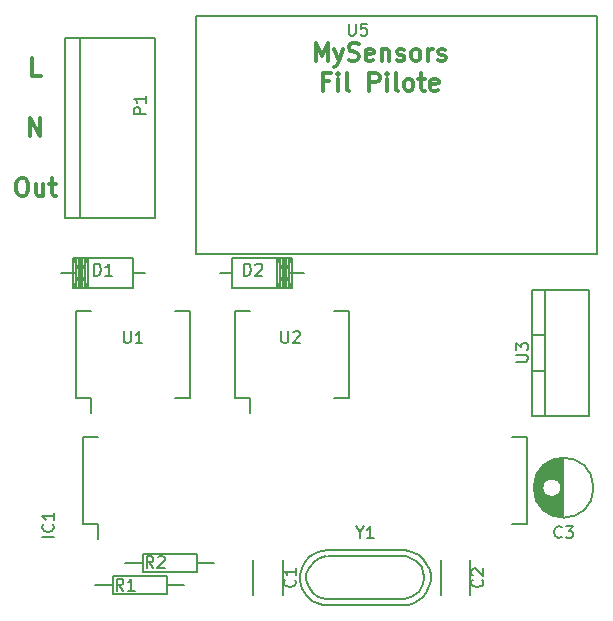
<source format=gto>
G04 #@! TF.FileFunction,Legend,Top*
%FSLAX46Y46*%
G04 Gerber Fmt 4.6, Leading zero omitted, Abs format (unit mm)*
G04 Created by KiCad (PCBNEW 4.0.5-e0-6337~49~ubuntu16.04.1) date Thu Feb  2 08:58:01 2017*
%MOMM*%
%LPD*%
G01*
G04 APERTURE LIST*
%ADD10C,0.100000*%
%ADD11C,0.300000*%
%ADD12C,0.150000*%
G04 APERTURE END LIST*
D10*
D11*
X159000715Y-83223571D02*
X159000715Y-81723571D01*
X159500715Y-82795000D01*
X160000715Y-81723571D01*
X160000715Y-83223571D01*
X160572144Y-82223571D02*
X160929287Y-83223571D01*
X161286429Y-82223571D02*
X160929287Y-83223571D01*
X160786429Y-83580714D01*
X160715001Y-83652143D01*
X160572144Y-83723571D01*
X161786429Y-83152143D02*
X162000715Y-83223571D01*
X162357858Y-83223571D01*
X162500715Y-83152143D01*
X162572144Y-83080714D01*
X162643572Y-82937857D01*
X162643572Y-82795000D01*
X162572144Y-82652143D01*
X162500715Y-82580714D01*
X162357858Y-82509286D01*
X162072144Y-82437857D01*
X161929286Y-82366429D01*
X161857858Y-82295000D01*
X161786429Y-82152143D01*
X161786429Y-82009286D01*
X161857858Y-81866429D01*
X161929286Y-81795000D01*
X162072144Y-81723571D01*
X162429286Y-81723571D01*
X162643572Y-81795000D01*
X163857857Y-83152143D02*
X163715000Y-83223571D01*
X163429286Y-83223571D01*
X163286429Y-83152143D01*
X163215000Y-83009286D01*
X163215000Y-82437857D01*
X163286429Y-82295000D01*
X163429286Y-82223571D01*
X163715000Y-82223571D01*
X163857857Y-82295000D01*
X163929286Y-82437857D01*
X163929286Y-82580714D01*
X163215000Y-82723571D01*
X164572143Y-82223571D02*
X164572143Y-83223571D01*
X164572143Y-82366429D02*
X164643571Y-82295000D01*
X164786429Y-82223571D01*
X165000714Y-82223571D01*
X165143571Y-82295000D01*
X165215000Y-82437857D01*
X165215000Y-83223571D01*
X165857857Y-83152143D02*
X166000714Y-83223571D01*
X166286429Y-83223571D01*
X166429286Y-83152143D01*
X166500714Y-83009286D01*
X166500714Y-82937857D01*
X166429286Y-82795000D01*
X166286429Y-82723571D01*
X166072143Y-82723571D01*
X165929286Y-82652143D01*
X165857857Y-82509286D01*
X165857857Y-82437857D01*
X165929286Y-82295000D01*
X166072143Y-82223571D01*
X166286429Y-82223571D01*
X166429286Y-82295000D01*
X167357858Y-83223571D02*
X167215000Y-83152143D01*
X167143572Y-83080714D01*
X167072143Y-82937857D01*
X167072143Y-82509286D01*
X167143572Y-82366429D01*
X167215000Y-82295000D01*
X167357858Y-82223571D01*
X167572143Y-82223571D01*
X167715000Y-82295000D01*
X167786429Y-82366429D01*
X167857858Y-82509286D01*
X167857858Y-82937857D01*
X167786429Y-83080714D01*
X167715000Y-83152143D01*
X167572143Y-83223571D01*
X167357858Y-83223571D01*
X168500715Y-83223571D02*
X168500715Y-82223571D01*
X168500715Y-82509286D02*
X168572143Y-82366429D01*
X168643572Y-82295000D01*
X168786429Y-82223571D01*
X168929286Y-82223571D01*
X169357857Y-83152143D02*
X169500714Y-83223571D01*
X169786429Y-83223571D01*
X169929286Y-83152143D01*
X170000714Y-83009286D01*
X170000714Y-82937857D01*
X169929286Y-82795000D01*
X169786429Y-82723571D01*
X169572143Y-82723571D01*
X169429286Y-82652143D01*
X169357857Y-82509286D01*
X169357857Y-82437857D01*
X169429286Y-82295000D01*
X169572143Y-82223571D01*
X169786429Y-82223571D01*
X169929286Y-82295000D01*
X160107858Y-84987857D02*
X159607858Y-84987857D01*
X159607858Y-85773571D02*
X159607858Y-84273571D01*
X160322144Y-84273571D01*
X160893572Y-85773571D02*
X160893572Y-84773571D01*
X160893572Y-84273571D02*
X160822143Y-84345000D01*
X160893572Y-84416429D01*
X160965000Y-84345000D01*
X160893572Y-84273571D01*
X160893572Y-84416429D01*
X161822144Y-85773571D02*
X161679286Y-85702143D01*
X161607858Y-85559286D01*
X161607858Y-84273571D01*
X163536429Y-85773571D02*
X163536429Y-84273571D01*
X164107857Y-84273571D01*
X164250715Y-84345000D01*
X164322143Y-84416429D01*
X164393572Y-84559286D01*
X164393572Y-84773571D01*
X164322143Y-84916429D01*
X164250715Y-84987857D01*
X164107857Y-85059286D01*
X163536429Y-85059286D01*
X165036429Y-85773571D02*
X165036429Y-84773571D01*
X165036429Y-84273571D02*
X164965000Y-84345000D01*
X165036429Y-84416429D01*
X165107857Y-84345000D01*
X165036429Y-84273571D01*
X165036429Y-84416429D01*
X165965001Y-85773571D02*
X165822143Y-85702143D01*
X165750715Y-85559286D01*
X165750715Y-84273571D01*
X166750715Y-85773571D02*
X166607857Y-85702143D01*
X166536429Y-85630714D01*
X166465000Y-85487857D01*
X166465000Y-85059286D01*
X166536429Y-84916429D01*
X166607857Y-84845000D01*
X166750715Y-84773571D01*
X166965000Y-84773571D01*
X167107857Y-84845000D01*
X167179286Y-84916429D01*
X167250715Y-85059286D01*
X167250715Y-85487857D01*
X167179286Y-85630714D01*
X167107857Y-85702143D01*
X166965000Y-85773571D01*
X166750715Y-85773571D01*
X167679286Y-84773571D02*
X168250715Y-84773571D01*
X167893572Y-84273571D02*
X167893572Y-85559286D01*
X167965000Y-85702143D01*
X168107858Y-85773571D01*
X168250715Y-85773571D01*
X169322143Y-85702143D02*
X169179286Y-85773571D01*
X168893572Y-85773571D01*
X168750715Y-85702143D01*
X168679286Y-85559286D01*
X168679286Y-84987857D01*
X168750715Y-84845000D01*
X168893572Y-84773571D01*
X169179286Y-84773571D01*
X169322143Y-84845000D01*
X169393572Y-84987857D01*
X169393572Y-85130714D01*
X168679286Y-85273571D01*
X134005000Y-93158571D02*
X134290714Y-93158571D01*
X134433572Y-93230000D01*
X134576429Y-93372857D01*
X134647857Y-93658571D01*
X134647857Y-94158571D01*
X134576429Y-94444286D01*
X134433572Y-94587143D01*
X134290714Y-94658571D01*
X134005000Y-94658571D01*
X133862143Y-94587143D01*
X133719286Y-94444286D01*
X133647857Y-94158571D01*
X133647857Y-93658571D01*
X133719286Y-93372857D01*
X133862143Y-93230000D01*
X134005000Y-93158571D01*
X135933572Y-93658571D02*
X135933572Y-94658571D01*
X135290715Y-93658571D02*
X135290715Y-94444286D01*
X135362143Y-94587143D01*
X135505001Y-94658571D01*
X135719286Y-94658571D01*
X135862143Y-94587143D01*
X135933572Y-94515714D01*
X136433572Y-93658571D02*
X137005001Y-93658571D01*
X136647858Y-93158571D02*
X136647858Y-94444286D01*
X136719286Y-94587143D01*
X136862144Y-94658571D01*
X137005001Y-94658571D01*
X134826429Y-89578571D02*
X134826429Y-88078571D01*
X135683572Y-89578571D01*
X135683572Y-88078571D01*
X135719286Y-84498571D02*
X135005000Y-84498571D01*
X135005000Y-82998571D01*
D12*
X146431520Y-127632460D02*
X147828520Y-127632460D01*
X141859520Y-127632460D02*
X140335520Y-127632460D01*
X141859520Y-127632460D02*
X141859520Y-128394460D01*
X141859520Y-128394460D02*
X146431520Y-128394460D01*
X146431520Y-128394460D02*
X146431520Y-126870460D01*
X146431520Y-126870460D02*
X141859520Y-126870460D01*
X141859520Y-126870460D02*
X141859520Y-127632460D01*
X177292000Y-109476540D02*
X178435000Y-109476540D01*
X177292000Y-106428540D02*
X178435000Y-106428540D01*
X178435000Y-102618540D02*
X182118000Y-102618540D01*
X182118000Y-102618540D02*
X182118000Y-113286540D01*
X182118000Y-113286540D02*
X178435000Y-113286540D01*
X177292000Y-102618540D02*
X178435000Y-102618540D01*
X178435000Y-102618540D02*
X178435000Y-113286540D01*
X178435000Y-113286540D02*
X177292000Y-113286540D01*
X177292000Y-107952540D02*
X177292000Y-113286540D01*
X177292000Y-107952540D02*
X177292000Y-102618540D01*
X137795000Y-81280000D02*
X145415000Y-81280000D01*
X137795000Y-96520000D02*
X145415000Y-96520000D01*
X139065000Y-81280000D02*
X139065000Y-96520000D01*
X145415000Y-81280000D02*
X145415000Y-96520000D01*
X137795000Y-81280000D02*
X137795000Y-96520000D01*
X156190000Y-125480000D02*
X156190000Y-128480000D01*
X153690000Y-128480000D02*
X153690000Y-125480000D01*
X172065000Y-125480000D02*
X172065000Y-128480000D01*
X169565000Y-128480000D02*
X169565000Y-125480000D01*
X179900000Y-121879000D02*
X179900000Y-116881000D01*
X179760000Y-121871000D02*
X179760000Y-119534000D01*
X179760000Y-119226000D02*
X179760000Y-116889000D01*
X179620000Y-121855000D02*
X179620000Y-119853000D01*
X179620000Y-118907000D02*
X179620000Y-116905000D01*
X179480000Y-121831000D02*
X179480000Y-120000000D01*
X179480000Y-118760000D02*
X179480000Y-116929000D01*
X179340000Y-121798000D02*
X179340000Y-120092000D01*
X179340000Y-118668000D02*
X179340000Y-116962000D01*
X179200000Y-121757000D02*
X179200000Y-120148000D01*
X179200000Y-118612000D02*
X179200000Y-117003000D01*
X179060000Y-121707000D02*
X179060000Y-120175000D01*
X179060000Y-118585000D02*
X179060000Y-117053000D01*
X178920000Y-121646000D02*
X178920000Y-120178000D01*
X178920000Y-118582000D02*
X178920000Y-117114000D01*
X178780000Y-121576000D02*
X178780000Y-120156000D01*
X178780000Y-118604000D02*
X178780000Y-117184000D01*
X178640000Y-121494000D02*
X178640000Y-120106000D01*
X178640000Y-118654000D02*
X178640000Y-117266000D01*
X178500000Y-121399000D02*
X178500000Y-120024000D01*
X178500000Y-118736000D02*
X178500000Y-117361000D01*
X178360000Y-121288000D02*
X178360000Y-119892000D01*
X178360000Y-118868000D02*
X178360000Y-117472000D01*
X178220000Y-121160000D02*
X178220000Y-119645000D01*
X178220000Y-119115000D02*
X178220000Y-117600000D01*
X178080000Y-121011000D02*
X178080000Y-117749000D01*
X177940000Y-120832000D02*
X177940000Y-117928000D01*
X177800000Y-120613000D02*
X177800000Y-118147000D01*
X177660000Y-120324000D02*
X177660000Y-118436000D01*
X177520000Y-119852000D02*
X177520000Y-118908000D01*
X179775000Y-119380000D02*
G75*
G03X179775000Y-119380000I-800000J0D01*
G01*
X182512500Y-119380000D02*
G75*
G03X182512500Y-119380000I-2537500J0D01*
G01*
X143510000Y-101216460D02*
X144526000Y-101216460D01*
X138684000Y-101216460D02*
X137414000Y-101216460D01*
X138938000Y-99946460D02*
X138938000Y-102486460D01*
X139192000Y-99946460D02*
X139192000Y-102486460D01*
X139446000Y-99946460D02*
X139446000Y-102486460D01*
X138684000Y-99946460D02*
X138684000Y-102486460D01*
X139700000Y-99946460D02*
X138430000Y-102486460D01*
X138430000Y-99946460D02*
X139700000Y-102486460D01*
X139700000Y-99946460D02*
X139700000Y-102486460D01*
X139065000Y-99946460D02*
X139065000Y-102486460D01*
X138430000Y-102486460D02*
X138430000Y-99946460D01*
X138430000Y-99946460D02*
X143510000Y-99946460D01*
X143510000Y-99946460D02*
X143510000Y-102486460D01*
X143510000Y-102486460D02*
X138430000Y-102486460D01*
X151892000Y-101221540D02*
X150876000Y-101221540D01*
X156718000Y-101221540D02*
X157988000Y-101221540D01*
X156464000Y-102491540D02*
X156464000Y-99951540D01*
X156210000Y-102491540D02*
X156210000Y-99951540D01*
X155956000Y-102491540D02*
X155956000Y-99951540D01*
X156718000Y-102491540D02*
X156718000Y-99951540D01*
X155702000Y-102491540D02*
X156972000Y-99951540D01*
X156972000Y-102491540D02*
X155702000Y-99951540D01*
X155702000Y-102491540D02*
X155702000Y-99951540D01*
X156337000Y-102491540D02*
X156337000Y-99951540D01*
X156972000Y-99951540D02*
X156972000Y-102491540D01*
X156972000Y-102491540D02*
X151892000Y-102491540D01*
X151892000Y-102491540D02*
X151892000Y-99951540D01*
X151892000Y-99951540D02*
X156972000Y-99951540D01*
X139310000Y-122420000D02*
X140580000Y-122420000D01*
X139310000Y-115070000D02*
X140580000Y-115070000D01*
X176920000Y-115070000D02*
X175650000Y-115070000D01*
X176920000Y-122420000D02*
X175650000Y-122420000D01*
X139310000Y-122420000D02*
X139310000Y-115070000D01*
X176920000Y-122420000D02*
X176920000Y-115070000D01*
X140580000Y-122420000D02*
X140580000Y-123705000D01*
X148971520Y-125727460D02*
X150368520Y-125727460D01*
X144399520Y-125727460D02*
X142875520Y-125727460D01*
X144399520Y-125727460D02*
X144399520Y-126489460D01*
X144399520Y-126489460D02*
X148971520Y-126489460D01*
X148971520Y-126489460D02*
X148971520Y-124965460D01*
X148971520Y-124965460D02*
X144399520Y-124965460D01*
X144399520Y-124965460D02*
X144399520Y-125727460D01*
X148830000Y-99635000D02*
X182830000Y-99635000D01*
X182830000Y-79435000D02*
X148830000Y-79435000D01*
X182830000Y-79435000D02*
X182830000Y-99635000D01*
X148830000Y-99635000D02*
X148830000Y-79435000D01*
X167894000Y-125999240D02*
X168094660Y-126400560D01*
X168094660Y-126400560D02*
X168196260Y-127000000D01*
X168196260Y-127000000D02*
X168094660Y-127500380D01*
X168094660Y-127500380D02*
X167695880Y-128198880D01*
X167695880Y-128198880D02*
X167093900Y-128600200D01*
X167093900Y-128600200D02*
X166494460Y-128800860D01*
X166494460Y-128800860D02*
X159895540Y-128800860D01*
X159895540Y-128800860D02*
X159194500Y-128600200D01*
X159194500Y-128600200D02*
X158795720Y-128300480D01*
X158795720Y-128300480D02*
X158394400Y-127800100D01*
X158394400Y-127800100D02*
X158193740Y-127200660D01*
X158193740Y-127200660D02*
X158193740Y-126700280D01*
X158193740Y-126700280D02*
X158394400Y-126199900D01*
X158394400Y-126199900D02*
X158894780Y-125600460D01*
X158894780Y-125600460D02*
X159395160Y-125300740D01*
X159395160Y-125300740D02*
X159895540Y-125199140D01*
X159994600Y-125199140D02*
X166596060Y-125199140D01*
X166596060Y-125199140D02*
X166994840Y-125300740D01*
X166994840Y-125300740D02*
X167495220Y-125600460D01*
X167495220Y-125600460D02*
X167995600Y-126100840D01*
X160004760Y-124670820D02*
X159545020Y-124719080D01*
X159545020Y-124719080D02*
X159146240Y-124830840D01*
X159146240Y-124830840D02*
X158714440Y-125049280D01*
X158714440Y-125049280D02*
X158424880Y-125280420D01*
X158424880Y-125280420D02*
X158094680Y-125630940D01*
X158094680Y-125630940D02*
X157805120Y-126169420D01*
X157805120Y-126169420D02*
X157675580Y-126768860D01*
X157675580Y-126768860D02*
X157675580Y-127279400D01*
X157675580Y-127279400D02*
X157845760Y-127980440D01*
X157845760Y-127980440D02*
X158244540Y-128569720D01*
X158244540Y-128569720D02*
X158704280Y-128940560D01*
X158704280Y-128940560D02*
X159125920Y-129148840D01*
X159125920Y-129148840D02*
X159575500Y-129308860D01*
X159575500Y-129308860D02*
X160014920Y-129339340D01*
X167355520Y-129120900D02*
X167733980Y-128899920D01*
X167733980Y-128899920D02*
X168054020Y-128620520D01*
X168054020Y-128620520D02*
X168305480Y-128290320D01*
X168305480Y-128290320D02*
X168605200Y-127739140D01*
X168605200Y-127739140D02*
X168714420Y-127269240D01*
X168714420Y-127269240D02*
X168734740Y-126809500D01*
X168734740Y-126809500D02*
X168645840Y-126349760D01*
X168645840Y-126349760D02*
X168455340Y-125900180D01*
X168455340Y-125900180D02*
X168094660Y-125430280D01*
X168094660Y-125430280D02*
X167744140Y-125110240D01*
X167744140Y-125110240D02*
X167355520Y-124879100D01*
X167355520Y-124879100D02*
X166926260Y-124739400D01*
X166926260Y-124739400D02*
X166484300Y-124670820D01*
X159994600Y-129329180D02*
X166446200Y-129329180D01*
X166446200Y-129329180D02*
X166865300Y-129291080D01*
X166865300Y-129291080D02*
X167355520Y-129120900D01*
X159994600Y-124670820D02*
X166446200Y-124670820D01*
X138675000Y-111752000D02*
X139945000Y-111752000D01*
X138675000Y-104402000D02*
X139945000Y-104402000D01*
X148345000Y-104402000D02*
X147075000Y-104402000D01*
X148345000Y-111752000D02*
X147075000Y-111752000D01*
X138675000Y-111752000D02*
X138675000Y-104402000D01*
X148345000Y-111752000D02*
X148345000Y-104402000D01*
X139945000Y-111752000D02*
X139945000Y-113037000D01*
X152137000Y-111752000D02*
X153407000Y-111752000D01*
X152137000Y-104402000D02*
X153407000Y-104402000D01*
X161807000Y-104402000D02*
X160537000Y-104402000D01*
X161807000Y-111752000D02*
X160537000Y-111752000D01*
X152137000Y-111752000D02*
X152137000Y-104402000D01*
X161807000Y-111752000D02*
X161807000Y-104402000D01*
X153407000Y-111752000D02*
X153407000Y-113037000D01*
X142708334Y-128087381D02*
X142375000Y-127611190D01*
X142136905Y-128087381D02*
X142136905Y-127087381D01*
X142517858Y-127087381D01*
X142613096Y-127135000D01*
X142660715Y-127182619D01*
X142708334Y-127277857D01*
X142708334Y-127420714D01*
X142660715Y-127515952D01*
X142613096Y-127563571D01*
X142517858Y-127611190D01*
X142136905Y-127611190D01*
X143660715Y-128087381D02*
X143089286Y-128087381D01*
X143375000Y-128087381D02*
X143375000Y-127087381D01*
X143279762Y-127230238D01*
X143184524Y-127325476D01*
X143089286Y-127373095D01*
X175954441Y-108704285D02*
X176763965Y-108704285D01*
X176859203Y-108656666D01*
X176906822Y-108609047D01*
X176954441Y-108513809D01*
X176954441Y-108323332D01*
X176906822Y-108228094D01*
X176859203Y-108180475D01*
X176763965Y-108132856D01*
X175954441Y-108132856D01*
X175954441Y-107751904D02*
X175954441Y-107132856D01*
X176335393Y-107466190D01*
X176335393Y-107323332D01*
X176383012Y-107228094D01*
X176430631Y-107180475D01*
X176525870Y-107132856D01*
X176763965Y-107132856D01*
X176859203Y-107180475D01*
X176906822Y-107228094D01*
X176954441Y-107323332D01*
X176954441Y-107609047D01*
X176906822Y-107704285D01*
X176859203Y-107751904D01*
X144597381Y-87733095D02*
X143597381Y-87733095D01*
X143597381Y-87352142D01*
X143645000Y-87256904D01*
X143692619Y-87209285D01*
X143787857Y-87161666D01*
X143930714Y-87161666D01*
X144025952Y-87209285D01*
X144073571Y-87256904D01*
X144121190Y-87352142D01*
X144121190Y-87733095D01*
X144597381Y-86209285D02*
X144597381Y-86780714D01*
X144597381Y-86495000D02*
X143597381Y-86495000D01*
X143740238Y-86590238D01*
X143835476Y-86685476D01*
X143883095Y-86780714D01*
X157202143Y-127166666D02*
X157249762Y-127214285D01*
X157297381Y-127357142D01*
X157297381Y-127452380D01*
X157249762Y-127595238D01*
X157154524Y-127690476D01*
X157059286Y-127738095D01*
X156868810Y-127785714D01*
X156725952Y-127785714D01*
X156535476Y-127738095D01*
X156440238Y-127690476D01*
X156345000Y-127595238D01*
X156297381Y-127452380D01*
X156297381Y-127357142D01*
X156345000Y-127214285D01*
X156392619Y-127166666D01*
X157297381Y-126214285D02*
X157297381Y-126785714D01*
X157297381Y-126500000D02*
X156297381Y-126500000D01*
X156440238Y-126595238D01*
X156535476Y-126690476D01*
X156583095Y-126785714D01*
X173077143Y-127166666D02*
X173124762Y-127214285D01*
X173172381Y-127357142D01*
X173172381Y-127452380D01*
X173124762Y-127595238D01*
X173029524Y-127690476D01*
X172934286Y-127738095D01*
X172743810Y-127785714D01*
X172600952Y-127785714D01*
X172410476Y-127738095D01*
X172315238Y-127690476D01*
X172220000Y-127595238D01*
X172172381Y-127452380D01*
X172172381Y-127357142D01*
X172220000Y-127214285D01*
X172267619Y-127166666D01*
X172267619Y-126785714D02*
X172220000Y-126738095D01*
X172172381Y-126642857D01*
X172172381Y-126404761D01*
X172220000Y-126309523D01*
X172267619Y-126261904D01*
X172362857Y-126214285D01*
X172458095Y-126214285D01*
X172600952Y-126261904D01*
X173172381Y-126833333D01*
X173172381Y-126214285D01*
X179808334Y-123537143D02*
X179760715Y-123584762D01*
X179617858Y-123632381D01*
X179522620Y-123632381D01*
X179379762Y-123584762D01*
X179284524Y-123489524D01*
X179236905Y-123394286D01*
X179189286Y-123203810D01*
X179189286Y-123060952D01*
X179236905Y-122870476D01*
X179284524Y-122775238D01*
X179379762Y-122680000D01*
X179522620Y-122632381D01*
X179617858Y-122632381D01*
X179760715Y-122680000D01*
X179808334Y-122727619D01*
X180141667Y-122632381D02*
X180760715Y-122632381D01*
X180427381Y-123013333D01*
X180570239Y-123013333D01*
X180665477Y-123060952D01*
X180713096Y-123108571D01*
X180760715Y-123203810D01*
X180760715Y-123441905D01*
X180713096Y-123537143D01*
X180665477Y-123584762D01*
X180570239Y-123632381D01*
X180284524Y-123632381D01*
X180189286Y-123584762D01*
X180141667Y-123537143D01*
X140231905Y-101417381D02*
X140231905Y-100417381D01*
X140470000Y-100417381D01*
X140612858Y-100465000D01*
X140708096Y-100560238D01*
X140755715Y-100655476D01*
X140803334Y-100845952D01*
X140803334Y-100988810D01*
X140755715Y-101179286D01*
X140708096Y-101274524D01*
X140612858Y-101369762D01*
X140470000Y-101417381D01*
X140231905Y-101417381D01*
X141755715Y-101417381D02*
X141184286Y-101417381D01*
X141470000Y-101417381D02*
X141470000Y-100417381D01*
X141374762Y-100560238D01*
X141279524Y-100655476D01*
X141184286Y-100703095D01*
X152931905Y-101417381D02*
X152931905Y-100417381D01*
X153170000Y-100417381D01*
X153312858Y-100465000D01*
X153408096Y-100560238D01*
X153455715Y-100655476D01*
X153503334Y-100845952D01*
X153503334Y-100988810D01*
X153455715Y-101179286D01*
X153408096Y-101274524D01*
X153312858Y-101369762D01*
X153170000Y-101417381D01*
X152931905Y-101417381D01*
X153884286Y-100512619D02*
X153931905Y-100465000D01*
X154027143Y-100417381D01*
X154265239Y-100417381D01*
X154360477Y-100465000D01*
X154408096Y-100512619D01*
X154455715Y-100607857D01*
X154455715Y-100703095D01*
X154408096Y-100845952D01*
X153836667Y-101417381D01*
X154455715Y-101417381D01*
X136837381Y-123531190D02*
X135837381Y-123531190D01*
X136742143Y-122483571D02*
X136789762Y-122531190D01*
X136837381Y-122674047D01*
X136837381Y-122769285D01*
X136789762Y-122912143D01*
X136694524Y-123007381D01*
X136599286Y-123055000D01*
X136408810Y-123102619D01*
X136265952Y-123102619D01*
X136075476Y-123055000D01*
X135980238Y-123007381D01*
X135885000Y-122912143D01*
X135837381Y-122769285D01*
X135837381Y-122674047D01*
X135885000Y-122531190D01*
X135932619Y-122483571D01*
X136837381Y-121531190D02*
X136837381Y-122102619D01*
X136837381Y-121816905D02*
X135837381Y-121816905D01*
X135980238Y-121912143D01*
X136075476Y-122007381D01*
X136123095Y-122102619D01*
X145248334Y-126182381D02*
X144915000Y-125706190D01*
X144676905Y-126182381D02*
X144676905Y-125182381D01*
X145057858Y-125182381D01*
X145153096Y-125230000D01*
X145200715Y-125277619D01*
X145248334Y-125372857D01*
X145248334Y-125515714D01*
X145200715Y-125610952D01*
X145153096Y-125658571D01*
X145057858Y-125706190D01*
X144676905Y-125706190D01*
X145629286Y-125277619D02*
X145676905Y-125230000D01*
X145772143Y-125182381D01*
X146010239Y-125182381D01*
X146105477Y-125230000D01*
X146153096Y-125277619D01*
X146200715Y-125372857D01*
X146200715Y-125468095D01*
X146153096Y-125610952D01*
X145581667Y-126182381D01*
X146200715Y-126182381D01*
X161798095Y-80097381D02*
X161798095Y-80906905D01*
X161845714Y-81002143D01*
X161893333Y-81049762D01*
X161988571Y-81097381D01*
X162179048Y-81097381D01*
X162274286Y-81049762D01*
X162321905Y-81002143D01*
X162369524Y-80906905D01*
X162369524Y-80097381D01*
X163321905Y-80097381D02*
X162845714Y-80097381D01*
X162798095Y-80573571D01*
X162845714Y-80525952D01*
X162940952Y-80478333D01*
X163179048Y-80478333D01*
X163274286Y-80525952D01*
X163321905Y-80573571D01*
X163369524Y-80668810D01*
X163369524Y-80906905D01*
X163321905Y-81002143D01*
X163274286Y-81049762D01*
X163179048Y-81097381D01*
X162940952Y-81097381D01*
X162845714Y-81049762D01*
X162798095Y-81002143D01*
X162718809Y-123166190D02*
X162718809Y-123642381D01*
X162385476Y-122642381D02*
X162718809Y-123166190D01*
X163052143Y-122642381D01*
X163909286Y-123642381D02*
X163337857Y-123642381D01*
X163623571Y-123642381D02*
X163623571Y-122642381D01*
X163528333Y-122785238D01*
X163433095Y-122880476D01*
X163337857Y-122928095D01*
X142748095Y-106132381D02*
X142748095Y-106941905D01*
X142795714Y-107037143D01*
X142843333Y-107084762D01*
X142938571Y-107132381D01*
X143129048Y-107132381D01*
X143224286Y-107084762D01*
X143271905Y-107037143D01*
X143319524Y-106941905D01*
X143319524Y-106132381D01*
X144319524Y-107132381D02*
X143748095Y-107132381D01*
X144033809Y-107132381D02*
X144033809Y-106132381D01*
X143938571Y-106275238D01*
X143843333Y-106370476D01*
X143748095Y-106418095D01*
X156083095Y-106132381D02*
X156083095Y-106941905D01*
X156130714Y-107037143D01*
X156178333Y-107084762D01*
X156273571Y-107132381D01*
X156464048Y-107132381D01*
X156559286Y-107084762D01*
X156606905Y-107037143D01*
X156654524Y-106941905D01*
X156654524Y-106132381D01*
X157083095Y-106227619D02*
X157130714Y-106180000D01*
X157225952Y-106132381D01*
X157464048Y-106132381D01*
X157559286Y-106180000D01*
X157606905Y-106227619D01*
X157654524Y-106322857D01*
X157654524Y-106418095D01*
X157606905Y-106560952D01*
X157035476Y-107132381D01*
X157654524Y-107132381D01*
M02*

</source>
